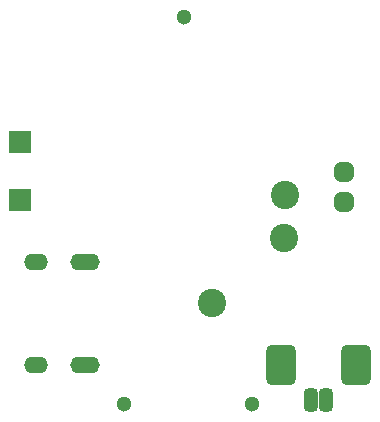
<source format=gbs>
G04 #@! TF.GenerationSoftware,KiCad,Pcbnew,6.0.5-a6ca702e91~116~ubuntu20.04.1*
G04 #@! TF.CreationDate,2022-07-01T20:22:11+00:00*
G04 #@! TF.ProjectId,PlantBuddy,506c616e-7442-4756-9464-792e6b696361,rev?*
G04 #@! TF.SameCoordinates,Original*
G04 #@! TF.FileFunction,Soldermask,Bot*
G04 #@! TF.FilePolarity,Negative*
%FSLAX46Y46*%
G04 Gerber Fmt 4.6, Leading zero omitted, Abs format (unit mm)*
G04 Created by KiCad (PCBNEW 6.0.5-a6ca702e91~116~ubuntu20.04.1) date 2022-07-01 20:22:11*
%MOMM*%
%LPD*%
G01*
G04 APERTURE LIST*
G04 Aperture macros list*
%AMRoundRect*
0 Rectangle with rounded corners*
0 $1 Rounding radius*
0 $2 $3 $4 $5 $6 $7 $8 $9 X,Y pos of 4 corners*
0 Add a 4 corners polygon primitive as box body*
4,1,4,$2,$3,$4,$5,$6,$7,$8,$9,$2,$3,0*
0 Add four circle primitives for the rounded corners*
1,1,$1+$1,$2,$3*
1,1,$1+$1,$4,$5*
1,1,$1+$1,$6,$7*
1,1,$1+$1,$8,$9*
0 Add four rect primitives between the rounded corners*
20,1,$1+$1,$2,$3,$4,$5,0*
20,1,$1+$1,$4,$5,$6,$7,0*
20,1,$1+$1,$6,$7,$8,$9,0*
20,1,$1+$1,$8,$9,$2,$3,0*%
G04 Aperture macros list end*
%ADD10C,1.300000*%
%ADD11O,2.500000X1.400000*%
%ADD12O,2.000000X1.400000*%
%ADD13C,2.400000*%
%ADD14RoundRect,0.517500X0.317500X-0.317500X0.317500X0.317500X-0.317500X0.317500X-0.317500X-0.317500X0*%
%ADD15RoundRect,0.200000X0.750000X0.750000X-0.750000X0.750000X-0.750000X-0.750000X0.750000X-0.750000X0*%
%ADD16RoundRect,0.400000X-0.200000X-0.600000X0.200000X-0.600000X0.200000X0.600000X-0.200000X0.600000X0*%
%ADD17RoundRect,0.450001X-0.799999X-1.249999X0.799999X-1.249999X0.799999X1.249999X-0.799999X1.249999X0*%
G04 APERTURE END LIST*
D10*
G04 #@! TO.C,H2*
X138363080Y-40174171D03*
G04 #@! TD*
D11*
G04 #@! TO.C,J1*
X129999580Y-60936671D03*
X129999580Y-69576671D03*
D12*
X125819580Y-60936671D03*
X125819580Y-69576671D03*
G04 #@! TD*
D10*
G04 #@! TO.C,H3*
X144169080Y-72931171D03*
G04 #@! TD*
G04 #@! TO.C,H1*
X133283080Y-72940171D03*
G04 #@! TD*
D13*
G04 #@! TO.C,TP2*
X146909080Y-55261171D03*
G04 #@! TD*
D14*
G04 #@! TO.C,LS1*
X151952080Y-55795171D03*
X151952080Y-53255171D03*
G04 #@! TD*
D13*
G04 #@! TO.C,TP1*
X146859080Y-58831171D03*
G04 #@! TD*
D15*
G04 #@! TO.C,J2*
X124529080Y-55661171D03*
G04 #@! TD*
G04 #@! TO.C,J3*
X124520080Y-50715171D03*
G04 #@! TD*
D16*
G04 #@! TO.C,BT1*
X149168080Y-72538171D03*
X150418080Y-72538171D03*
D17*
X152968080Y-69638171D03*
X146618080Y-69638171D03*
G04 #@! TD*
D13*
G04 #@! TO.C,TP3*
X140739080Y-64331171D03*
G04 #@! TD*
M02*

</source>
